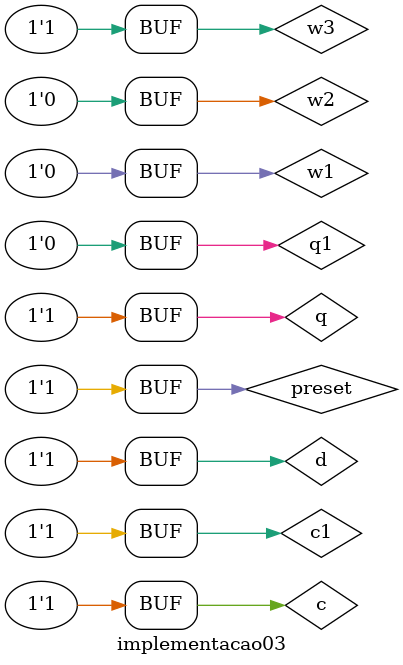
<source format=v>

module implementacao03;
	reg d,c,c1,preset;
	wire w1,w2,w3,		q,q1;
	
	nand NAND1 (w1,d,c);
	nand NAND2 (w2,d);
	nand NAND3 (w3,w2,c);
	nand NAND4 (q,preset,w1,q1);
	nand NAND5 (q1,c1,w3,q);
	
initial begin:start
end
	
//---------------------
//---PARTE PRINCIPAL---
//---------------------

initial begin:main
	$display ("Guia 10		Implementação 03");
	$display ("Implementar um latch D com portas NAND,PRESET e CLEAR.\n");
	$display ("Aluno: Tiago Menegaz de Melo Garcia		Matrícula:405844\n");
	$display ("Relatório de Testes");
	#2 d = 0; c = 0; c1 = 0; preset = 0;
	$monitor ("D[%b] C[%b] 		C'[%b] Preset[%b]	 	Q[%b] Q'[%b]", d,c,c1,preset,q,q1 );

	#2 d = 0; c = 0; c1 = 0; preset = 0;
	#2 d = 0; c = 0; c1 = 0; preset = 1;
	#2 d = 0; c = 0; c1 = 1; preset = 0;
	#2 d = 0; c = 0; c1 = 1; preset = 1;
	#2 d = 0; c = 1; c1 = 0; preset = 0;
	#2 d = 0; c = 1; c1 = 0; preset = 1;
	#2 d = 0; c = 1; c1 = 1; preset = 0;
	#2 d = 0; c = 1; c1 = 1; preset = 1;
	#2 d = 1; c = 0; c1 = 0; preset = 0;
	#2 d = 1; c = 0; c1 = 0; preset = 1;
	#2 d = 1; c = 0; c1 = 1; preset = 0;
	#2 d = 1; c = 0; c1 = 1; preset = 1;
	#2 d = 1; c = 1; c1 = 0; preset = 0;
	#2 d = 1; c = 1; c1 = 0; preset = 1;
	#2 d = 1; c = 1; c1 = 1; preset = 0;
	#2 d = 1; c = 1; c1 = 1; preset = 1;
	
end//end parte principal
endmodule

/*
Relatório de Testes

	 D[0] C[0] 		C'[0] Preset[0]	 	Q[1] Q'[1]
    D[0] C[0] 		C'[0] Preset[1]	 	Q[0] Q'[1]
    D[0] C[0] 		C'[1] Preset[0]	 	Q[1] Q'[0]
    D[0] C[0] 		C'[1] Preset[1]	 	Q[1] Q'[0]
    D[0] C[1] 		C'[0] Preset[0]	 	Q[1] Q'[1]
    D[0] C[1] 		C'[0] Preset[1]	 	Q[0] Q'[1]
    D[0] C[1] 		C'[1] Preset[0]	 	Q[1] Q'[1]
    D[0] C[1] 		C'[1] Preset[1]	 	Q[0] Q'[1]
    D[1] C[0] 		C'[0] Preset[0]	 	Q[1] Q'[1]
    D[1] C[0] 		C'[0] Preset[1]	 	Q[0] Q'[1]
    D[1] C[0] 		C'[1] Preset[0]	 	Q[1] Q'[0]
    D[1] C[0] 		C'[1] Preset[1]	 	Q[1] Q'[0]
    D[1] C[1] 		C'[0] Preset[0]	 	Q[1] Q'[1]
    D[1] C[1] 		C'[0] Preset[1]	 	Q[1] Q'[1]
    D[1] C[1] 		C'[1] Preset[0]	 	Q[1] Q'[0]
    D[1] C[1] 		C'[1] Preset[1]	 	Q[1] Q'[0]
*/
</source>
